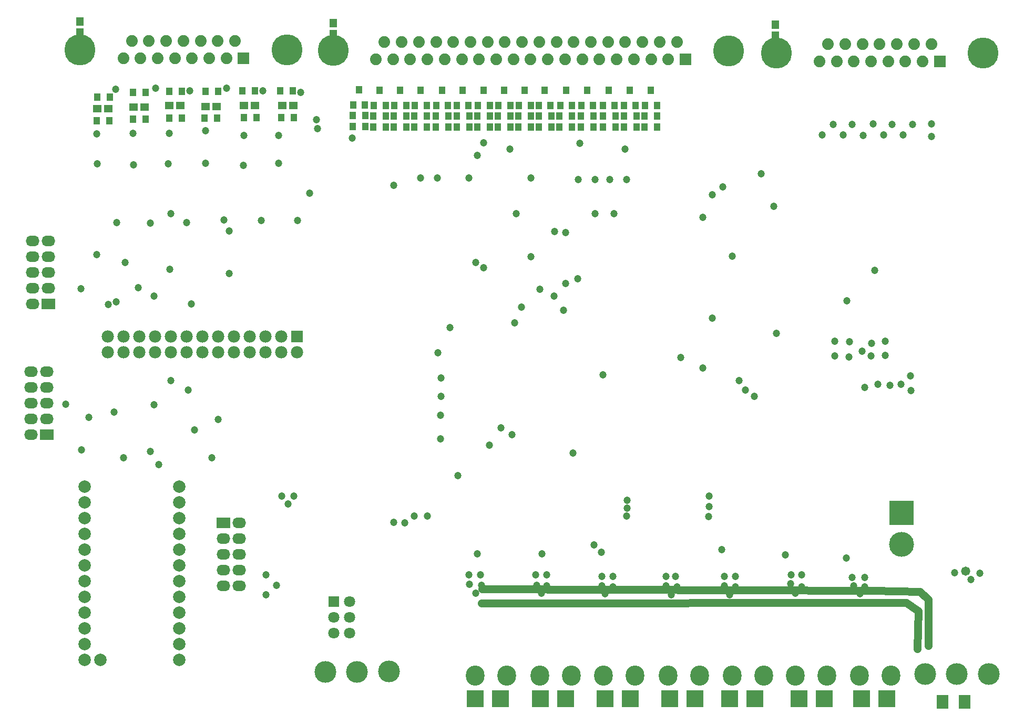
<source format=gbs>
G04*
G04 #@! TF.GenerationSoftware,Altium Limited,Altium Designer,20.1.12 (249)*
G04*
G04 Layer_Color=16711935*
%FSTAX24Y24*%
%MOIN*%
G70*
G04*
G04 #@! TF.SameCoordinates,65647CF5-6095-42B6-9084-E7F1C421F8D5*
G04*
G04*
G04 #@! TF.FilePolarity,Negative*
G04*
G01*
G75*
%ADD50R,0.0513X0.0552*%
%ADD51R,0.0395X0.0513*%
%ADD59R,0.0552X0.0513*%
%ADD66O,0.0867X0.0671*%
%ADD67R,0.0867X0.0671*%
%ADD68C,0.0789*%
%ADD69C,0.1580*%
%ADD70R,0.1580X0.1580*%
%ADD71C,0.0710*%
%ADD72R,0.0710X0.0710*%
%ADD73C,0.0780*%
%ADD74R,0.0780X0.0780*%
%ADD75C,0.1380*%
%ADD76R,0.0745X0.0745*%
%ADD77C,0.0745*%
%ADD78C,0.1970*%
%ADD79O,0.1180X0.1280*%
%ADD80C,0.0474*%
%ADD81C,0.0580*%
%ADD86C,0.0500*%
%ADD109R,0.1064X0.1104*%
%ADD110R,0.0434X0.0454*%
%ADD111R,0.0730X0.0880*%
D50*
X0164Y08515D02*
D03*
Y08445D02*
D03*
X03245Y08435D02*
D03*
Y08505D02*
D03*
X0605Y08425D02*
D03*
Y08495D02*
D03*
D51*
X0522Y07845D02*
D03*
X053D02*
D03*
X035D02*
D03*
X0358D02*
D03*
X04815D02*
D03*
X04895D02*
D03*
X0403D02*
D03*
X0411D02*
D03*
X0442D02*
D03*
X045D02*
D03*
X0363D02*
D03*
X0371D02*
D03*
X03895D02*
D03*
X03975D02*
D03*
X0468D02*
D03*
X0476D02*
D03*
X0429D02*
D03*
X0437D02*
D03*
X0175Y08035D02*
D03*
X0183D02*
D03*
X01975Y08065D02*
D03*
X02055D02*
D03*
X02205Y0807D02*
D03*
X02285D02*
D03*
X02435D02*
D03*
X02515D02*
D03*
X0267Y08075D02*
D03*
X0275D02*
D03*
X0291D02*
D03*
X0299D02*
D03*
X01825Y07885D02*
D03*
X01745D02*
D03*
X02055Y07895D02*
D03*
X01975D02*
D03*
X02285Y079D02*
D03*
X02205D02*
D03*
X0251D02*
D03*
X0243D02*
D03*
X0276Y07905D02*
D03*
X0268D02*
D03*
X029958D02*
D03*
X029158D02*
D03*
X034486Y079178D02*
D03*
X033686D02*
D03*
X0384Y07915D02*
D03*
X0376D02*
D03*
X0424D02*
D03*
X0416D02*
D03*
X0463D02*
D03*
X0455D02*
D03*
X05035D02*
D03*
X04955D02*
D03*
X0371D02*
D03*
X0363D02*
D03*
X0411D02*
D03*
X0403D02*
D03*
X045D02*
D03*
X0442D02*
D03*
X04895D02*
D03*
X04815D02*
D03*
X053D02*
D03*
X0522D02*
D03*
X0358D02*
D03*
X035D02*
D03*
X03975D02*
D03*
X03895D02*
D03*
X0437D02*
D03*
X0429D02*
D03*
X0476D02*
D03*
X0468D02*
D03*
X0517D02*
D03*
X0509D02*
D03*
Y07845D02*
D03*
X0517D02*
D03*
X033686Y078478D02*
D03*
X034486D02*
D03*
X0416Y07845D02*
D03*
X0424D02*
D03*
X0376D02*
D03*
X0384D02*
D03*
X0455D02*
D03*
X0463D02*
D03*
X04955D02*
D03*
X05035D02*
D03*
D59*
X0182Y0796D02*
D03*
X0175D02*
D03*
X02505Y07975D02*
D03*
X02435D02*
D03*
X0205Y0797D02*
D03*
X0198D02*
D03*
X02275Y0798D02*
D03*
X02205D02*
D03*
X029908D02*
D03*
X029208D02*
D03*
X0275D02*
D03*
X0268D02*
D03*
D66*
X0255Y0493D02*
D03*
Y0503D02*
D03*
Y0513D02*
D03*
Y0523D02*
D03*
X0265Y0533D02*
D03*
Y0523D02*
D03*
Y0513D02*
D03*
Y0503D02*
D03*
Y0493D02*
D03*
X0144Y0712D02*
D03*
Y0702D02*
D03*
Y0692D02*
D03*
Y0682D02*
D03*
X0134Y0672D02*
D03*
Y0682D02*
D03*
Y0692D02*
D03*
Y0702D02*
D03*
Y0712D02*
D03*
X0143Y0629D02*
D03*
Y0619D02*
D03*
Y0609D02*
D03*
Y0599D02*
D03*
X0133Y0589D02*
D03*
Y0599D02*
D03*
Y0609D02*
D03*
Y0619D02*
D03*
Y0629D02*
D03*
D67*
X0255Y0533D02*
D03*
X0144Y0672D02*
D03*
X0143Y0589D02*
D03*
D68*
X0227Y044606D02*
D03*
Y045606D02*
D03*
Y046606D02*
D03*
Y047606D02*
D03*
Y048606D02*
D03*
Y049606D02*
D03*
Y050606D02*
D03*
Y051606D02*
D03*
Y052606D02*
D03*
Y053606D02*
D03*
Y054606D02*
D03*
Y055606D02*
D03*
X0177Y044606D02*
D03*
X0167Y0446D02*
D03*
Y0456D02*
D03*
Y0466D02*
D03*
Y0476D02*
D03*
Y0486D02*
D03*
Y0496D02*
D03*
Y0506D02*
D03*
Y0516D02*
D03*
Y0526D02*
D03*
Y0536D02*
D03*
Y0546D02*
D03*
Y0556D02*
D03*
D69*
X0685Y05195D02*
D03*
D70*
Y05395D02*
D03*
D71*
X0335Y0483D02*
D03*
Y0473D02*
D03*
Y0463D02*
D03*
X0325Y0473D02*
D03*
Y0463D02*
D03*
D72*
Y0483D02*
D03*
D73*
X02515Y06515D02*
D03*
X01815Y06415D02*
D03*
Y06515D02*
D03*
X01915Y06415D02*
D03*
Y06515D02*
D03*
X02015Y06415D02*
D03*
Y06515D02*
D03*
X02115Y06415D02*
D03*
Y06515D02*
D03*
X02215Y06415D02*
D03*
Y06515D02*
D03*
X02315Y06415D02*
D03*
Y06515D02*
D03*
X02415Y06415D02*
D03*
Y06515D02*
D03*
X02515Y06415D02*
D03*
X02815Y06415D02*
D03*
X02915Y06415D02*
D03*
X02915Y06515D02*
D03*
X02815Y06515D02*
D03*
X02715Y06515D02*
D03*
X02615Y06415D02*
D03*
X02615Y06515D02*
D03*
X03015Y06415D02*
D03*
X02715Y06415D02*
D03*
D74*
X03015Y06515D02*
D03*
D75*
X074026Y043726D02*
D03*
X07Y0437D02*
D03*
X072D02*
D03*
X035976Y043876D02*
D03*
X03195Y04385D02*
D03*
X03395D02*
D03*
D76*
X070917Y082601D02*
D03*
X026767Y082801D02*
D03*
X054785Y082732D02*
D03*
D77*
X063288Y082599D02*
D03*
X063828Y083719D02*
D03*
X064374Y082601D02*
D03*
X064919Y083719D02*
D03*
X065464Y082601D02*
D03*
X066009Y083719D02*
D03*
X066555Y082601D02*
D03*
X0671Y083719D02*
D03*
X067645Y082601D02*
D03*
X068191Y083719D02*
D03*
X068736Y082601D02*
D03*
X069281Y083719D02*
D03*
X069826Y082601D02*
D03*
X070372Y083719D02*
D03*
X019138Y082799D02*
D03*
X019678Y083919D02*
D03*
X020224Y082801D02*
D03*
X020769Y083919D02*
D03*
X021314Y082801D02*
D03*
X021859Y083919D02*
D03*
X022405Y082801D02*
D03*
X02295Y083919D02*
D03*
X023495Y082801D02*
D03*
X024041Y083919D02*
D03*
X024586Y082801D02*
D03*
X025131Y083919D02*
D03*
X025676Y082801D02*
D03*
X026222Y083919D02*
D03*
X035155Y082732D02*
D03*
X0357Y08385D02*
D03*
X036245Y082732D02*
D03*
X036791Y08385D02*
D03*
X038972D02*
D03*
X038426Y082732D02*
D03*
X037881Y08385D02*
D03*
X037336Y082732D02*
D03*
X041153Y08385D02*
D03*
X040607Y082732D02*
D03*
X040062Y08385D02*
D03*
X039517Y082732D02*
D03*
X045515Y08385D02*
D03*
X04497Y082732D02*
D03*
X044424Y08385D02*
D03*
X041698Y082732D02*
D03*
X046606Y08385D02*
D03*
X04606Y082732D02*
D03*
X043334Y08385D02*
D03*
X042789Y082732D02*
D03*
X042243Y08385D02*
D03*
X04388Y082732D02*
D03*
X047151D02*
D03*
X047696Y08385D02*
D03*
X048241Y082732D02*
D03*
X048787Y08385D02*
D03*
X049332Y082732D02*
D03*
X049877Y08385D02*
D03*
X050422Y082732D02*
D03*
X050968Y08385D02*
D03*
X051513Y082732D02*
D03*
X052058Y08385D02*
D03*
X052604Y082732D02*
D03*
X053149Y08385D02*
D03*
X053694Y082732D02*
D03*
X054239Y08385D02*
D03*
D78*
X060541Y08316D02*
D03*
X073659D02*
D03*
X016391Y08336D02*
D03*
X029509D02*
D03*
X032449Y083301D02*
D03*
X057528Y083293D02*
D03*
D79*
X04145Y0436D02*
D03*
X04345D02*
D03*
X04555D02*
D03*
X04755D02*
D03*
X0496D02*
D03*
X0516D02*
D03*
X05775D02*
D03*
X05975D02*
D03*
X065819D02*
D03*
X067819D02*
D03*
X0537D02*
D03*
X0557D02*
D03*
X061767D02*
D03*
X063767D02*
D03*
D80*
X03925Y05865D02*
D03*
Y06015D02*
D03*
X0393Y06135D02*
D03*
X02475Y05745D02*
D03*
X0391Y0641D02*
D03*
X0393Y0625D02*
D03*
X02885Y04935D02*
D03*
X023356Y080753D02*
D03*
X0212Y0809D02*
D03*
X0304Y08065D02*
D03*
X028Y08075D02*
D03*
X0257Y0809D02*
D03*
X02435Y0782D02*
D03*
X02205Y07805D02*
D03*
X01975Y07805D02*
D03*
X0268Y0779D02*
D03*
X029D02*
D03*
X01865Y08085D02*
D03*
X01745Y078D02*
D03*
X0175Y0761D02*
D03*
X0198Y07605D02*
D03*
X022Y0761D02*
D03*
X02435Y07615D02*
D03*
X02675Y076D02*
D03*
X029Y07615D02*
D03*
X02215Y07295D02*
D03*
X018706Y072371D02*
D03*
X059597Y07549D02*
D03*
X0604Y0734D02*
D03*
X065035Y06742D02*
D03*
X0668Y06935D02*
D03*
X0472Y07175D02*
D03*
Y0685D02*
D03*
X03145Y07835D02*
D03*
X0314Y0789D02*
D03*
X02325Y06175D02*
D03*
X02215Y06235D02*
D03*
X049Y0519D02*
D03*
X02315Y072395D02*
D03*
X02085Y07235D02*
D03*
X025523Y07255D02*
D03*
X0279Y0725D02*
D03*
X06535Y0786D02*
D03*
X0667Y07865D02*
D03*
X0679Y0786D02*
D03*
X0692D02*
D03*
X0704Y07785D02*
D03*
Y07865D02*
D03*
X06415Y0786D02*
D03*
X06345Y07795D02*
D03*
X06605Y0779D02*
D03*
X0648Y07795D02*
D03*
X06735D02*
D03*
X0686Y077956D02*
D03*
X061127Y051277D02*
D03*
X064978Y051078D02*
D03*
X0571Y0516D02*
D03*
X060569Y065339D02*
D03*
X0465Y0718D02*
D03*
X04795Y0688D02*
D03*
X0565Y07415D02*
D03*
X0559Y06315D02*
D03*
X0565Y0663D02*
D03*
X05Y0751D02*
D03*
X05025Y07295D02*
D03*
X0563Y055D02*
D03*
Y05435D02*
D03*
X05625Y0537D02*
D03*
X04945Y05145D02*
D03*
X04905Y0751D02*
D03*
X038Y0752D02*
D03*
X0211Y0608D02*
D03*
X042Y07745D02*
D03*
X04955Y0627D02*
D03*
X0376Y05375D02*
D03*
X04035Y0563D02*
D03*
X04105Y0752D02*
D03*
X04365Y07705D02*
D03*
X01925Y06985D02*
D03*
X05105Y0751D02*
D03*
X05095Y07705D02*
D03*
X02585Y06915D02*
D03*
X038404Y053749D02*
D03*
X045Y0752D02*
D03*
X04705Y0668D02*
D03*
X04905Y07295D02*
D03*
X03985Y0657D02*
D03*
X03905Y0752D02*
D03*
X042Y0695D02*
D03*
X0559Y0727D02*
D03*
X018175Y067175D02*
D03*
X0431Y05935D02*
D03*
X0444Y067D02*
D03*
X01745Y07035D02*
D03*
X048Y0751D02*
D03*
X0416Y07665D02*
D03*
X0582Y06235D02*
D03*
X0415Y069853D02*
D03*
X02365Y0592D02*
D03*
X025141Y059866D02*
D03*
X05915Y06135D02*
D03*
X04235Y05825D02*
D03*
X04765Y05775D02*
D03*
X04645Y0677D02*
D03*
X016463Y068187D02*
D03*
X04555Y06815D02*
D03*
X0481Y077403D02*
D03*
X04405Y07295D02*
D03*
X05715Y07465D02*
D03*
X0545Y0638D02*
D03*
X03095Y07425D02*
D03*
X0363Y07475D02*
D03*
X0438Y0589D02*
D03*
X05775Y07025D02*
D03*
X03365Y07775D02*
D03*
X0586Y06175D02*
D03*
X051051Y053749D02*
D03*
X045Y0702D02*
D03*
X0729Y0497D02*
D03*
X07345Y0501D02*
D03*
X07185Y05015D02*
D03*
X037Y0533D02*
D03*
X0363Y05335D02*
D03*
X0214Y057D02*
D03*
X02085Y05785D02*
D03*
X01855Y06035D02*
D03*
X0296Y0545D02*
D03*
X0292Y055D02*
D03*
X02995D02*
D03*
X0691Y0617D02*
D03*
X06905Y06265D02*
D03*
X06845Y0621D02*
D03*
X06775Y06205D02*
D03*
X067Y0621D02*
D03*
X06655Y0639D02*
D03*
X0666Y0647D02*
D03*
X06515Y06385D02*
D03*
X0652Y0648D02*
D03*
X06425Y0639D02*
D03*
Y06485D02*
D03*
X06745Y06395D02*
D03*
Y06485D02*
D03*
X066168Y061909D02*
D03*
X066Y0642D02*
D03*
X0511Y05425D02*
D03*
Y05475D02*
D03*
X0221Y0694D02*
D03*
X02585Y07185D02*
D03*
X0282Y05D02*
D03*
Y04875D02*
D03*
X04395Y066003D02*
D03*
X0457Y05135D02*
D03*
X01915Y05745D02*
D03*
X0302Y072518D02*
D03*
X02345Y067197D02*
D03*
X0416Y05135D02*
D03*
X0155Y06085D02*
D03*
X0201Y06825D02*
D03*
X0211Y0677D02*
D03*
X0187Y06735D02*
D03*
X01695Y06D02*
D03*
X0165Y05795D02*
D03*
X06585Y0488D02*
D03*
X06615Y04925D02*
D03*
X06545Y0493D02*
D03*
X06615Y04985D02*
D03*
X06535D02*
D03*
X04565Y04885D02*
D03*
X046Y0493D02*
D03*
X04535Y04935D02*
D03*
X046Y05D02*
D03*
X0453D02*
D03*
X0415Y04885D02*
D03*
X04185Y04935D02*
D03*
X0411Y0494D02*
D03*
X0418Y05D02*
D03*
X04105D02*
D03*
X0497Y0488D02*
D03*
X0502Y04925D02*
D03*
X0495Y0493D02*
D03*
X0502Y0499D02*
D03*
X0495D02*
D03*
X0539Y04875D02*
D03*
X05425Y04925D02*
D03*
X05355Y0493D02*
D03*
X05415Y0499D02*
D03*
X05355D02*
D03*
X0576Y04875D02*
D03*
X05725Y0493D02*
D03*
X05795Y04925D02*
D03*
Y0499D02*
D03*
X05725D02*
D03*
X06175Y04885D02*
D03*
X06145Y04945D02*
D03*
X0615Y05D02*
D03*
X06215Y04925D02*
D03*
Y05D02*
D03*
D81*
X07255Y05025D02*
D03*
D86*
X0695Y0453D02*
X06955Y0477D01*
X0688Y04825D02*
X06955Y0477D01*
X06795Y04825D02*
X0688D01*
X04185Y0482D02*
X06795Y04825D01*
X0702Y0455D02*
Y04845D01*
X06965Y04895D02*
X0702Y04845D01*
X0667Y049D02*
X06965Y04895D01*
X0419Y0491D02*
X0667Y049D01*
D109*
X06595Y04215D02*
D03*
X06755D02*
D03*
X0497D02*
D03*
X0513D02*
D03*
X04145D02*
D03*
X04305D02*
D03*
X0538D02*
D03*
X0554D02*
D03*
X0576D02*
D03*
X0592D02*
D03*
X062D02*
D03*
X0636D02*
D03*
X0456D02*
D03*
X0472D02*
D03*
D110*
X039724Y079808D02*
D03*
X03935Y080792D02*
D03*
X038974Y079808D02*
D03*
X035774D02*
D03*
X0354Y080792D02*
D03*
X035024Y079808D02*
D03*
X048924D02*
D03*
X04855Y080792D02*
D03*
X048174Y079808D02*
D03*
X052974D02*
D03*
X0526Y080792D02*
D03*
X052224Y079808D02*
D03*
X041024D02*
D03*
X04065Y080792D02*
D03*
X040274Y079808D02*
D03*
X044974D02*
D03*
X0446Y080792D02*
D03*
X044224Y079808D02*
D03*
X037074D02*
D03*
X0367Y080792D02*
D03*
X036324Y079808D02*
D03*
X046224D02*
D03*
X04585Y080792D02*
D03*
X045474Y079808D02*
D03*
X0503D02*
D03*
X049926Y080792D02*
D03*
X04955Y079808D02*
D03*
X042374D02*
D03*
X042Y080792D02*
D03*
X041624Y079808D02*
D03*
X0476D02*
D03*
X047226Y080792D02*
D03*
X04685Y079808D02*
D03*
X051624D02*
D03*
X05125Y080792D02*
D03*
X050874Y079808D02*
D03*
X038374D02*
D03*
X038Y080792D02*
D03*
X037624Y079808D02*
D03*
X03446Y079836D02*
D03*
X034086Y08082D02*
D03*
X03371Y079836D02*
D03*
X043674Y079808D02*
D03*
X0433Y080792D02*
D03*
X042924Y079808D02*
D03*
D111*
X0711Y04195D02*
D03*
X0725D02*
D03*
M02*

</source>
